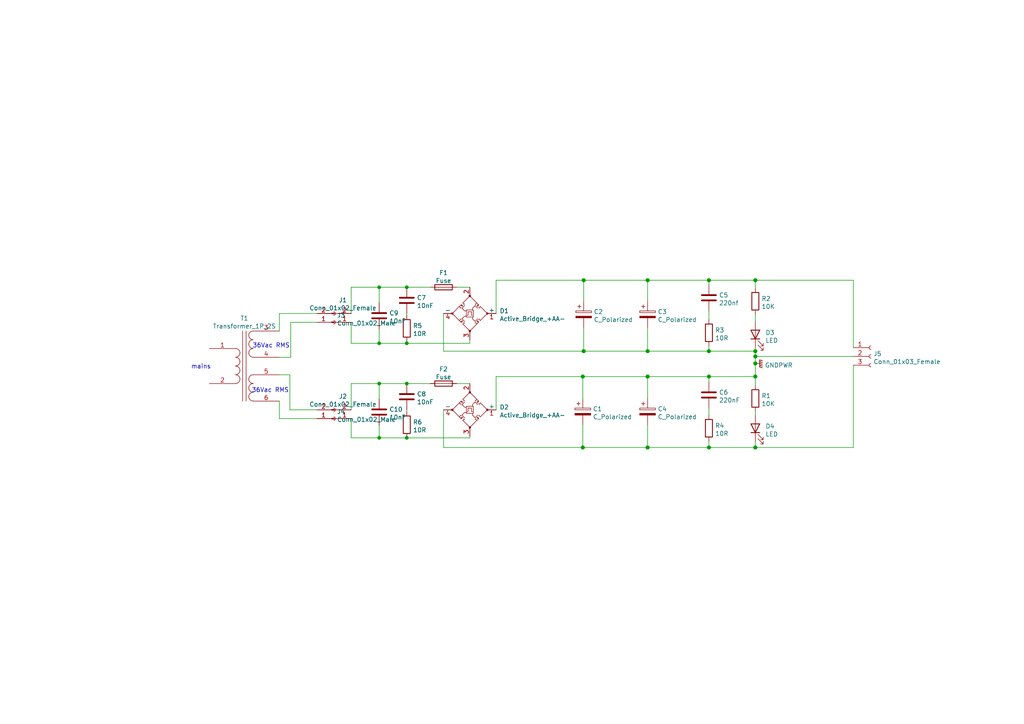
<source format=kicad_sch>
(kicad_sch (version 20230121) (generator eeschema)
  (paper "A4")
  (title_block (title "Q17 power supply") (date "2021-04-19") (rev "1") (comment 1 "by Tiberiu Vicol"))
  (lib_symbols
    (symbol "Connector:Conn_01x02_Female" (pin_names (offset 1.016) hide)
      (property "Reference" "J" (at 0 2.54 0))
      (property "Value" "Conn_01x02_Female" (at 0 -5.08 0))
      (symbol "Conn_01x02_Female_1_1"
        (arc (start 0 -2.032) (mid -0.5058 -2.54) (end 0 -3.048) (stroke (width 0.1524)))
        (polyline (pts (xy -1.27 -2.54) (xy -0.508 -2.54)) (stroke (width 0.1524)))
        (polyline (pts (xy -1.27 0) (xy -0.508 0)) (stroke (width 0.1524)))
        (arc (start 0 0.508) (mid -0.5058 0) (end 0 -0.508) (stroke (width 0.1524)))
        (pin passive line (at -5.08 0 0) (length 3.81) (name "Pin_1") (number "1"))
        (pin passive line (at -5.08 -2.54 0) (length 3.81) (name "Pin_2") (number "2"))
      )
    )
    (symbol "Connector:Conn_01x02_Male" (pin_names (offset 1.016) hide)
      (property "Reference" "J" (at 0 2.54 0))
      (property "Value" "Conn_01x02_Male" (at 0 -5.08 0))
      (symbol "Conn_01x02_Male_1_1"
        (polyline (pts (xy 1.27 -2.54) (xy 0.8636 -2.54)) (stroke (width 0.1524)))
        (polyline (pts (xy 1.27 0) (xy 0.8636 0)) (stroke (width 0.1524)))
        (rectangle (start 0.8636 -2.413) (end 0 -2.667) (stroke (width 0.1524)) (fill (type outline)))
        (rectangle (start 0.8636 0.127) (end 0 -0.127) (stroke (width 0.1524)) (fill (type outline)))
        (pin passive line (at 5.08 0 180) (length 3.81) (name "Pin_1") (number "1"))
        (pin passive line (at 5.08 -2.54 180) (length 3.81) (name "Pin_2") (number "2"))
      )
    )
    (symbol "Connector:Conn_01x03_Female" (pin_names (offset 1.016) hide)
      (property "Reference" "J5" (at 0.7113 0.7609 0))
      (property "Value" "Conn_01x03_Female" (at 0.7113 -1.5378 0))
      (symbol "Conn_01x03_Female_1_1"
        (arc (start 0 -2.032) (mid -0.5058 -2.54) (end 0 -3.048) (stroke (width 0.1524)))
        (polyline (pts (xy -1.27 -2.54) (xy -0.508 -2.54)) (stroke (width 0.1524)))
        (polyline (pts (xy -1.27 0) (xy -0.508 0)) (stroke (width 0.1524)))
        (polyline (pts (xy -1.27 2.54) (xy -0.508 2.54)) (stroke (width 0.1524)))
        (arc (start 0 0.508) (mid -0.5058 0) (end 0 -0.508) (stroke (width 0.1524)))
        (arc (start 0 3.048) (mid -0.5058 2.54) (end 0 2.032) (stroke (width 0.1524)))
        (pin passive line (at -5.08 2.54 0) (length 3.81) (name "Pin_1") (number "1"))
        (pin passive line (at -5.08 0 0) (length 3.81) (name "Pin_2") (number "2"))
        (pin passive line (at -5.08 -2.54 0) (length 3.81) (name "Pin_3") (number "3"))
      )
    )
    (symbol "Device:C" (pin_numbers hide) (pin_names (offset 0.254))
      (property "Reference" "C" (at 0.635 2.54 0))
      (property "Value" "C" (at 0.635 -2.54 0))
      (symbol "C_0_1"
        (polyline (pts (xy -2.032 -0.762) (xy 2.032 -0.762)) (stroke (width 0.508)))
        (polyline (pts (xy -2.032 0.762) (xy 2.032 0.762)) (stroke (width 0.508)))
      )
      (symbol "C_1_1"
        (pin passive line (at 0 3.81 270) (length 2.794) (name "~") (number "1"))
        (pin passive line (at 0 -3.81 90) (length 2.794) (name "~") (number "2"))
      )
    )
    (symbol "Device:C_Polarized" (pin_numbers hide) (pin_names (offset 0.254))
      (property "Reference" "C" (at 0.635 2.54 0))
      (property "Value" "C_Polarized" (at 0.635 -2.54 0))
      (symbol "C_Polarized_0_1"
        (rectangle (start -2.286 0.508) (end 2.286 1.016))
        (polyline (pts (xy -1.778 2.286) (xy -0.762 2.286)))
        (polyline (pts (xy -1.27 2.794) (xy -1.27 1.778)))
        (rectangle (start 2.286 -0.508) (end -2.286 -1.016) (fill (type outline)))
      )
      (symbol "C_Polarized_1_1"
        (pin passive line (at 0 3.81 270) (length 2.794) (name "~") (number "1"))
        (pin passive line (at 0 -3.81 90) (length 2.794) (name "~") (number "2"))
      )
    )
    (symbol "Device:Fuse" (pin_numbers hide) (pin_names (offset 0))
      (property "Reference" "F" (at 2.032 0 90))
      (property "Value" "Fuse" (at -1.905 0 90))
      (symbol "Fuse_0_1"
        (rectangle (start -0.762 -2.54) (end 0.762 2.54) (stroke (width 0.254)))
        (polyline (pts (xy 0 2.54) (xy 0 -2.54)))
      )
      (symbol "Fuse_1_1"
        (pin passive line (at 0 3.81 270) (length 1.27) (name "~") (number "1"))
        (pin passive line (at 0 -3.81 90) (length 1.27) (name "~") (number "2"))
      )
    )
    (symbol "Device:LED" (pin_numbers hide) (pin_names (offset 1.016) hide)
      (property "Reference" "D" (at 0 2.54 0))
      (property "Value" "LED" (at 0 -2.54 0))
      (symbol "LED_0_1"
        (polyline (pts (xy -1.27 -1.27) (xy -1.27 1.27)) (stroke (width 0.254)))
        (polyline (pts (xy -1.27 0) (xy 1.27 0)))
        (polyline (pts (xy 1.27 -1.27) (xy 1.27 1.27) (xy -1.27 0) (xy 1.27 -1.27)) (stroke (width 0.254)))
        (polyline (pts (xy -3.048 -0.762) (xy -4.572 -2.286) (xy -3.81 -2.286) (xy -4.572 -2.286) (xy -4.572 -1.524)))
        (polyline (pts (xy -1.778 -0.762) (xy -3.302 -2.286) (xy -2.54 -2.286) (xy -3.302 -2.286) (xy -3.302 -1.524)))
      )
      (symbol "LED_1_1"
        (pin passive line (at -3.81 0 0) (length 2.54) (name "K") (number "1"))
        (pin passive line (at 3.81 0 180) (length 2.54) (name "A") (number "2"))
      )
    )
    (symbol "Device:R" (pin_numbers hide) (pin_names (offset 0))
      (property "Reference" "R" (at 2.032 0 90))
      (property "Value" "R" (at 0 0 90))
      (symbol "R_0_1"
        (rectangle (start -1.016 -2.54) (end 1.016 2.54) (stroke (width 0.254)))
      )
      (symbol "R_1_1"
        (pin passive line (at 0 3.81 270) (length 1.27) (name "~") (number "1"))
        (pin passive line (at 0 -3.81 90) (length 1.27) (name "~") (number "2"))
      )
    )
    (symbol "Device:Smart_Bridge_+AA-" (pin_names (offset 0))
      (property "Reference" "D?" (at 8.6361 0.7609 0))
      (property "Value" "Smart_Bridge_+AA-" (at 8.6361 -1.5378 0))
      (symbol "Smart_Bridge_+AA-_0_1"
        (circle (center -5.08 0) (radius 0.254) (fill (type outline)))
        (circle (center 0 -5.08) (radius 0.254) (fill (type outline)))
        (polyline (pts (xy -5.08 0) (xy -2.54 -2.54)) (stroke (width 0.1524)))
        (polyline (pts (xy -5.08 0) (xy -2.54 2.54)) (stroke (width 0.1524)))
        (polyline (pts (xy -2.794 -1.778) (xy -3.048 -2.032)) (stroke (width 0.1524)))
        (polyline (pts (xy -2.794 -1.524) (xy -2.54 -1.778)) (stroke (width 0.1524)))
        (polyline (pts (xy -2.794 1.524) (xy -2.54 1.778)) (stroke (width 0.1524)))
        (polyline (pts (xy -2.794 1.778) (xy -3.048 2.032)) (stroke (width 0.1524)))
        (polyline (pts (xy -2.54 -2.54) (xy -2.286 -2.286)) (stroke (width 0.1524)))
        (polyline (pts (xy -2.54 2.54) (xy -2.286 2.286)) (stroke (width 0.1524)))
        (polyline (pts (xy -2.286 -2.286) (xy -2.54 -2.286)) (stroke (width 0.1524)))
        (polyline (pts (xy -2.286 -2.286) (xy -2.286 -2.54)) (stroke (width 0.1524)))
        (polyline (pts (xy -2.286 -2.032) (xy -2.032 -2.286)) (stroke (width 0.1524)))
        (polyline (pts (xy -2.286 -1.524) (xy -1.524 -2.286)) (stroke (width 0.1524)))
        (polyline (pts (xy -2.286 1.524) (xy -1.524 2.286)) (stroke (width 0.1524)))
        (polyline (pts (xy -2.286 2.032) (xy -2.032 2.286)) (stroke (width 0.1524)))
        (polyline (pts (xy -2.286 2.286) (xy -2.54 2.286)) (stroke (width 0.1524)))
        (polyline (pts (xy -2.286 2.286) (xy -2.286 2.54)) (stroke (width 0.1524)))
        (polyline (pts (xy -2.032 -3.048) (xy -1.778 -2.794)) (stroke (width 0.1524)))
        (polyline (pts (xy -2.032 -3.048) (xy 0 -5.08)) (stroke (width 0.1524)))
        (polyline (pts (xy -2.032 3.048) (xy -1.778 2.794)) (stroke (width 0.1524)))
        (polyline (pts (xy -2.032 3.048) (xy 0 5.08)) (stroke (width 0.1524)))
        (polyline (pts (xy -1.778 -2.54) (xy -1.524 -2.794)) (stroke (width 0.1524)))
        (polyline (pts (xy -1.778 2.54) (xy -1.524 2.794)) (stroke (width 0.1524)))
        (polyline (pts (xy 0 -5.08) (xy 2.54 -2.54)) (stroke (width 0.1524)))
        (polyline (pts (xy 0 5.08) (xy 0 5.08)) (stroke (width 0.1524)))
        (polyline (pts (xy 0 5.08) (xy 2.54 2.54)) (stroke (width 0.1524)))
        (polyline (pts (xy 1.524 -2.794) (xy 1.778 -2.54)) (stroke (width 0.1524)))
        (polyline (pts (xy 1.524 -2.286) (xy 2.286 -1.524)) (stroke (width 0.1524)))
        (polyline (pts (xy 1.524 2.286) (xy 2.286 1.524)) (stroke (width 0.1524)))
        (polyline (pts (xy 1.524 2.794) (xy 1.778 2.54)) (stroke (width 0.1524)))
        (polyline (pts (xy 1.778 -2.794) (xy 2.032 -3.048)) (stroke (width 0.1524)))
        (polyline (pts (xy 1.778 2.794) (xy 2.032 3.048)) (stroke (width 0.1524)))
        (polyline (pts (xy 2.032 -2.286) (xy 2.286 -2.032)) (stroke (width 0.1524)))
        (polyline (pts (xy 2.032 2.286) (xy 2.286 2.032)) (stroke (width 0.1524)))
        (polyline (pts (xy 2.286 -2.286) (xy 2.286 -2.54)) (stroke (width 0.1524)))
        (polyline (pts (xy 2.286 -2.286) (xy 2.54 -2.286)) (stroke (width 0.1524)))
        (polyline (pts (xy 2.286 2.286) (xy 2.286 2.54)) (stroke (width 0.1524)))
        (polyline (pts (xy 2.286 2.286) (xy 2.54 2.286)) (stroke (width 0.1524)))
        (polyline (pts (xy 2.54 -2.54) (xy 2.286 -2.286)) (stroke (width 0.1524)))
        (polyline (pts (xy 2.54 -1.778) (xy 2.794 -1.524)) (stroke (width 0.1524)))
        (polyline (pts (xy 2.54 1.778) (xy 2.794 1.524)) (stroke (width 0.1524)))
        (polyline (pts (xy 2.54 2.54) (xy 2.286 2.286)) (stroke (width 0.1524)))
        (polyline (pts (xy 3.048 -2.032) (xy 2.794 -1.778)) (stroke (width 0.1524)))
        (polyline (pts (xy 3.048 -2.032) (xy 5.08 0)) (stroke (width 0.1524)))
        (polyline (pts (xy 3.048 2.032) (xy 2.794 1.778)) (stroke (width 0.1524)))
        (polyline (pts (xy 3.048 2.032) (xy 5.08 0)) (stroke (width 0.1524)))
        (polyline (pts (xy -2.286 -1.524) (xy -1.524 -0.762) (xy -1.016 -0.762)) (stroke (width 0.1524)))
        (polyline (pts (xy -2.286 1.524) (xy -1.524 0.762) (xy -1.016 0.762)) (stroke (width 0.1524)))
        (polyline (pts (xy 1.524 -2.286) (xy 0.762 -1.524) (xy 0.762 -1.016)) (stroke (width 0.1524)))
        (polyline (pts (xy 1.524 2.286) (xy 0.762 1.524) (xy 0.762 1.016)) (stroke (width 0.1524)))
        (polyline (pts (xy -1.016 0) (xy -1.016 1.016) (xy 1.016 1.016) (xy 1.016 -1.016) (xy -1.016 -1.016) (xy -1.016 0)) (stroke (width 0.1524)))
        (polyline (pts (xy -0.762 -0.508) (xy -0.508 -0.508) (xy -0.508 0.508) (xy 0.508 0.508) (xy 0.508 -0.508) (xy 0.762 -0.508)) (stroke (width 0.1524)))
        (circle (center 0 5.08) (radius 0.254) (fill (type outline)))
        (circle (center 5.08 0) (radius 0.254) (fill (type outline)))
      )
      (symbol "Smart_Bridge_+AA-_1_1"
        (pin passive line (at 7.62 0 180) (length 2.54) (name "+") (number "1"))
        (pin passive line (at 0 7.62 270) (length 2.54) (name "~") (number "2"))
        (pin passive line (at 0 -7.62 90) (length 2.54) (name "~") (number "3"))
        (pin passive line (at -7.62 0 0) (length 2.54) (name "-") (number "4"))
      )
    )
    (symbol "Device:Transformer_1P_2S" (pin_names (offset 1.016) hide)
      (property "Reference" "T" (at 0 12.7 0))
      (property "Value" "Transformer_1P_2S" (at 0 -12.7 0))
      (symbol "Transformer_1P_2S_0_1"
        (arc (start -2.54 -5.0546) (mid -1.6599 -4.6901) (end -1.27 -3.81))
        (arc (start -2.54 -2.5146) (mid -1.6599 -2.1501) (end -1.27 -1.27))
        (arc (start -2.54 0.0254) (mid -1.6599 0.3899) (end -1.27 1.27))
        (arc (start -2.54 2.5654) (mid -1.6599 2.9299) (end -1.27 3.81))
        (arc (start -1.27 -3.81) (mid -1.642 -2.912) (end -2.54 -2.54))
        (arc (start -1.27 -1.27) (mid -1.642 -0.372) (end -2.54 0))
        (arc (start -1.27 1.27) (mid -1.642 2.168) (end -2.54 2.54))
        (arc (start -1.27 3.81) (mid -1.642 4.708) (end -2.54 5.08))
        (polyline (pts (xy -0.508 -10.16) (xy -0.508 10.16)))
        (polyline (pts (xy 0.508 10.16) (xy 0.508 -10.16)))
        (arc (start 1.2954 -8.89) (mid 1.6599 -9.7701) (end 2.54 -10.1346))
        (arc (start 1.2954 -6.35) (mid 1.6599 -7.2301) (end 2.54 -7.5946))
        (arc (start 1.2954 -3.81) (mid 1.6599 -4.6901) (end 2.54 -5.0546))
        (arc (start 1.2954 3.81) (mid 1.6599 2.9299) (end 2.54 2.5654))
        (arc (start 1.2954 6.35) (mid 1.6599 5.4699) (end 2.54 5.1054))
        (arc (start 1.2954 8.89) (mid 1.6599 8.0099) (end 2.54 7.6454))
        (arc (start 2.54 -7.62) (mid 1.642 -7.992) (end 1.2954 -8.89))
        (arc (start 2.54 -5.08) (mid 1.642 -5.452) (end 1.2954 -6.35))
        (arc (start 2.54 -2.54) (mid 1.642 -2.912) (end 1.2954 -3.81))
        (arc (start 2.54 5.08) (mid 1.642 4.708) (end 1.2954 3.81))
        (arc (start 2.54 7.62) (mid 1.642 7.248) (end 1.2954 6.35))
        (arc (start 2.54 10.16) (mid 1.642 9.788) (end 1.2954 8.89))
      )
      (symbol "Transformer_1P_2S_1_1"
        (pin passive line (at -10.16 5.08 0) (length 7.62) (name "AA") (number "1"))
        (pin passive line (at -10.16 -5.08 0) (length 7.62) (name "AB") (number "2"))
        (pin passive line (at 10.16 10.16 180) (length 7.62) (name "SA") (number "3"))
        (pin passive line (at 10.16 2.54 180) (length 7.62) (name "SB") (number "4"))
        (pin passive line (at 10.16 -2.54 180) (length 7.62) (name "SC") (number "5"))
        (pin passive line (at 10.16 -10.16 180) (length 7.62) (name "SD") (number "6"))
      )
    )
    (symbol "power:GNDPWR" (power) (pin_names (offset 0))
      (property "Value" "GNDPWR" (at 0 -3.302 0))
      (symbol "GNDPWR_0_1"
        (polyline (pts (xy 0 -1.27) (xy 0 0)))
        (polyline (pts (xy -1.016 -1.27) (xy -1.27 -2.032) (xy -1.27 -2.032)) (stroke (width 0.2032)))
        (polyline (pts (xy -0.508 -1.27) (xy -0.762 -2.032) (xy -0.762 -2.032)) (stroke (width 0.2032)))
        (polyline (pts (xy 0 -1.27) (xy -0.254 -2.032) (xy -0.254 -2.032)) (stroke (width 0.2032)))
        (polyline (pts (xy 0.508 -1.27) (xy 0.254 -2.032) (xy 0.254 -2.032)) (stroke (width 0.2032)))
        (polyline (pts (xy 1.016 -1.27) (xy -1.016 -1.27) (xy -1.016 -1.27)) (stroke (width 0.2032)))
        (polyline (pts (xy 1.016 -1.27) (xy 0.762 -2.032) (xy 0.762 -2.032) (xy 0.762 -2.032)) (stroke (width 0.2032)))
      )
      (symbol "GNDPWR_1_1"
        (pin power_in line (at 0 0 270) (length 0) hide (name "GNDPWR") (number "1"))
      )
    )
  )
  (junction (at 205.613 101.854) (diameter 1.016))
  (junction (at 109.982 111.252))
  (junction (at 219.075 81.28) (diameter 1.016))
  (junction (at 109.982 99.568))
  (junction (at 219.075 103.378) (diameter 1.016))
  (junction (at 117.983 99.568))
  (junction (at 187.833 109.22) (diameter 1.016))
  (junction (at 219.075 101.854) (diameter 1.016))
  (junction (at 219.075 105.41) (diameter 1.016))
  (junction (at 117.983 83.312))
  (junction (at 109.982 127))
  (junction (at 187.833 101.854) (diameter 1.016))
  (junction (at 169.291 101.854) (diameter 1.016))
  (junction (at 219.075 129.794) (diameter 1.016))
  (junction (at 205.613 129.794) (diameter 1.016))
  (junction (at 219.075 109.22) (diameter 1.016))
  (junction (at 187.833 129.794) (diameter 1.016))
  (junction (at 169.037 109.22) (diameter 1.016))
  (junction (at 169.291 81.28) (diameter 1.016))
  (junction (at 109.982 83.312))
  (junction (at 117.983 127))
  (junction (at 187.833 81.28) (diameter 1.016))
  (junction (at 205.613 81.28) (diameter 1.016))
  (junction (at 169.037 129.794) (diameter 1.016))
  (junction (at 205.613 109.22) (diameter 1.016))
  (junction (at 117.983 111.252))
  (wire (pts (xy 219.075 109.22) (xy 219.075 111.76)))
  (wire (pts (xy 219.075 101.854) (xy 219.075 103.378)))
  (wire (pts (xy 219.075 103.378) (xy 219.075 105.41)))
  (wire (pts (xy 219.075 105.41) (xy 219.075 109.22)))
  (wire (pts (xy 169.291 94.996) (xy 169.291 101.854)))
  (wire (pts (xy 81.026 108.712) (xy 84.074 108.712)))
  (wire (pts (xy 84.074 118.872) (xy 84.074 108.712)))
  (wire (pts (xy 91.948 118.872) (xy 84.074 118.872)))
  (wire (pts (xy 205.613 100.33) (xy 205.613 101.854)))
  (wire (pts (xy 205.613 81.28) (xy 205.613 82.55)))
  (wire (pts (xy 109.982 111.252) (xy 101.854 111.252)))
  (wire (pts (xy 109.982 99.568) (xy 117.983 99.568)))
  (wire (pts (xy 117.983 118.872) (xy 117.983 119.38)))
  (wire (pts (xy 117.983 99.568) (xy 136.271 99.568)))
  (wire (pts (xy 205.613 118.364) (xy 205.613 120.396)))
  (wire (pts (xy 109.982 83.312) (xy 117.983 83.312)))
  (wire (pts (xy 117.983 111.252) (xy 109.982 111.252)))
  (wire (pts (xy 109.982 83.312) (xy 109.982 87.757)))
  (wire (pts (xy 128.651 118.872) (xy 128.651 129.794)))
  (wire (pts (xy 136.271 99.568) (xy 136.271 98.552)))
  (wire (pts (xy 205.613 90.17) (xy 205.613 92.71)))
  (wire (pts (xy 117.983 83.312) (xy 124.841 83.312)))
  (wire (pts (xy 205.613 109.22) (xy 205.613 110.744)))
  (wire (pts (xy 136.271 127) (xy 136.271 126.492)))
  (wire (pts (xy 109.982 123.317) (xy 109.982 127)))
  (wire (pts (xy 247.523 105.918) (xy 247.523 129.794)))
  (wire (pts (xy 247.523 129.794) (xy 219.075 129.794)))
  (wire (pts (xy 101.854 83.312) (xy 109.982 83.312)))
  (wire (pts (xy 101.854 90.932) (xy 101.854 83.312)))
  (wire (pts (xy 132.461 83.312) (xy 136.271 83.312)))
  (wire (pts (xy 109.982 111.252) (xy 109.982 115.697)))
  (wire (pts (xy 219.075 119.38) (xy 219.075 120.396)))
  (wire (pts (xy 101.854 93.472) (xy 101.854 99.568)))
  (wire (pts (xy 101.854 99.568) (xy 109.982 99.568)))
  (wire (pts (xy 117.983 127) (xy 136.271 127)))
  (wire (pts (xy 187.833 123.19) (xy 187.833 129.794)))
  (wire (pts (xy 109.982 127) (xy 117.983 127)))
  (wire (pts (xy 143.891 109.22) (xy 169.037 109.22)))
  (wire (pts (xy 143.891 118.872) (xy 143.891 109.22)))
  (wire (pts (xy 169.037 109.22) (xy 187.833 109.22)))
  (wire (pts (xy 187.833 109.22) (xy 205.613 109.22)))
  (wire (pts (xy 205.613 109.22) (xy 219.075 109.22)))
  (wire (pts (xy 109.982 95.377) (xy 109.982 99.568)))
  (wire (pts (xy 219.075 103.378) (xy 247.523 103.378)))
  (wire (pts (xy 101.854 111.252) (xy 101.854 118.872)))
  (wire (pts (xy 124.841 111.252) (xy 117.983 111.252)))
  (wire (pts (xy 136.271 111.252) (xy 132.461 111.252)))
  (wire (pts (xy 117.983 90.932) (xy 117.983 91.44)))
  (wire (pts (xy 187.833 109.22) (xy 187.833 115.57)))
  (wire (pts (xy 143.891 81.28) (xy 169.291 81.28)))
  (wire (pts (xy 143.891 90.932) (xy 143.891 81.28)))
  (wire (pts (xy 169.291 81.28) (xy 187.833 81.28)))
  (wire (pts (xy 187.833 81.28) (xy 205.613 81.28)))
  (wire (pts (xy 205.613 81.28) (xy 219.075 81.28)))
  (wire (pts (xy 219.075 81.28) (xy 219.075 83.566)))
  (wire (pts (xy 101.854 121.412) (xy 101.854 127)))
  (wire (pts (xy 101.854 127) (xy 109.982 127)))
  (wire (pts (xy 169.037 109.22) (xy 169.037 115.57)))
  (wire (pts (xy 187.833 94.996) (xy 187.833 101.854)))
  (wire (pts (xy 169.291 81.28) (xy 169.291 87.376)))
  (wire (pts (xy 205.613 128.016) (xy 205.613 129.794)))
  (wire (pts (xy 219.075 93.218) (xy 219.075 91.186)))
  (wire (pts (xy 169.037 123.19) (xy 169.037 129.794)))
  (wire (pts (xy 81.026 116.332) (xy 81.026 121.412)))
  (wire (pts (xy 91.948 121.412) (xy 81.026 121.412)))
  (wire (pts (xy 117.983 99.06) (xy 117.983 99.568)))
  (wire (pts (xy 81.026 90.932) (xy 81.026 96.012)))
  (wire (pts (xy 91.948 90.932) (xy 81.026 90.932)))
  (wire (pts (xy 247.523 81.28) (xy 219.075 81.28)))
  (wire (pts (xy 247.523 100.838) (xy 247.523 81.28)))
  (wire (pts (xy 81.026 103.632) (xy 84.328 103.632)))
  (wire (pts (xy 84.328 93.472) (xy 84.328 103.632)))
  (wire (pts (xy 91.948 93.472) (xy 84.328 93.472)))
  (wire (pts (xy 128.651 90.932) (xy 128.651 101.854)))
  (wire (pts (xy 128.651 101.854) (xy 169.291 101.854)))
  (wire (pts (xy 169.291 101.854) (xy 187.833 101.854)))
  (wire (pts (xy 187.833 101.854) (xy 205.613 101.854)))
  (wire (pts (xy 205.613 101.854) (xy 219.075 101.854)))
  (wire (pts (xy 219.075 101.854) (xy 219.075 100.838)))
  (wire (pts (xy 128.651 129.794) (xy 169.037 129.794)))
  (wire (pts (xy 169.037 129.794) (xy 187.833 129.794)))
  (wire (pts (xy 187.833 129.794) (xy 205.613 129.794)))
  (wire (pts (xy 205.613 129.794) (xy 219.075 129.794)))
  (wire (pts (xy 219.075 129.794) (xy 219.075 128.016)))
  (wire (pts (xy 187.833 81.28) (xy 187.833 87.376)))
  (text "36Vac RMS" (at 83.82 114.046 0) (effects (font (size 1.27 1.27)) (justify right bottom)))
  (text "mains" (at 61.214 107.188 0) (effects (font (size 1.27 1.27)) (justify right bottom)))
  (text "36Vac RMS" (at 84.074 101.092 0) (effects (font (size 1.27 1.27)) (justify right bottom)))
  (symbol (lib_id "Device:Smart_Bridge_+AA-") (at 136.271 90.932 0) (unit 1)
    (property "Reference" "D1" (at 144.9071 90.1711 0) (effects (justify left)))
    (property "Value" "Active_Bridge_+AA-" (at 144.9071 92.4698 0) (effects (justify left)))
    (property "Footprint" "Diode_THT:Diode_Bridge_Vishay_GBU" (effects hide))
  )
  (symbol (lib_id "Device:C_Polarized") (at 169.291 91.186 0) (unit 1)
    (property "Reference" "C2" (at 172.2121 90.4251 0) (effects (justify left)))
    (property "Value" "C_Polarized" (at 172.2121 92.7238 0) (effects (justify left)))
    (property "Footprint" "Capacitor_THT:CP_Radial_D30.0mm_P10.00mm_SnapIn" (effects hide))
  )
  (symbol (lib_id "Device:Transformer_1P_2S") (at 70.866 106.172 0) (unit 1)
    (property "Reference" "T1" (at 70.866 92.3248 0))
    (property "Value" "Transformer_1P_2S" (at 70.866 94.6235 0))
  )
  (symbol (lib_id "Connector:Conn_01x02_Female") (at 96.774 121.412 180) (unit 1)
    (property "Reference" "J2" (at 99.4664 114.9816 0))
    (property "Value" "Conn_01x02_Female" (at 99.4664 117.2803 0))
    (property "Footprint" "TerminalBlock:TerminalBlock_Altech_AK300-2_P5.00mm" (effects hide))
  )
  (symbol (lib_id "Device:C") (at 109.982 91.567 0) (unit 1)
    (property "Reference" "C9" (at 112.9031 90.8061 0) (effects (justify left)))
    (property "Value" "10nF" (at 112.9031 93.1048 0) (effects (justify left)))
    (property "Footprint" "Capacitor_THT:C_Axial_L12.0mm_D6.5mm_P15.00mm_Horizontal" (effects hide))
  )
  (symbol (lib_id "Device:C") (at 109.982 119.507 0) (unit 1)
    (property "Reference" "C10" (at 112.9031 118.7461 0) (effects (justify left)))
    (property "Value" "10nF" (at 112.9031 121.0448 0) (effects (justify left)))
    (property "Footprint" "Capacitor_THT:C_Axial_L12.0mm_D6.5mm_P15.00mm_Horizontal" (effects hide))
  )
  (symbol (lib_id "Device:R") (at 219.075 115.57 0) (unit 1)
    (property "Reference" "R1" (at 220.8531 114.8091 0) (effects (justify left)))
    (property "Value" "10K" (at 220.8531 117.1078 0) (effects (justify left)))
    (property "Footprint" "Resistor_THT:R_Axial_DIN0207_L6.3mm_D2.5mm_P10.16mm_Horizontal" (effects hide))
  )
  (symbol (lib_id "Connector:Conn_01x02_Female") (at 96.774 93.472 180) (unit 1)
    (property "Reference" "J1" (at 99.4664 87.0416 0))
    (property "Value" "Conn_01x02_Female" (at 99.4664 89.3403 0))
    (property "Footprint" "TerminalBlock:TerminalBlock_Altech_AK300-2_P5.00mm" (effects hide))
  )
  (symbol (lib_id "Device:R") (at 205.613 96.52 0) (unit 1)
    (property "Reference" "R3" (at 207.3911 95.7591 0) (effects (justify left)))
    (property "Value" "10R" (at 207.3911 98.0578 0) (effects (justify left)))
    (property "Footprint" "Resistor_THT:R_Axial_DIN0207_L6.3mm_D2.5mm_P10.16mm_Horizontal" (effects hide))
  )
  (symbol (lib_id "Device:R") (at 117.983 123.19 0) (unit 1)
    (property "Reference" "R6" (at 119.7611 122.4291 0) (effects (justify left)))
    (property "Value" "10R" (at 119.7611 124.7278 0) (effects (justify left)))
    (property "Footprint" "Resistor_THT:R_Axial_DIN0207_L6.3mm_D2.5mm_P10.16mm_Horizontal" (effects hide))
  )
  (symbol (lib_id "Device:LED") (at 219.075 124.206 90) (unit 1)
    (property "Reference" "D4" (at 221.9961 123.6356 90) (effects (justify right)))
    (property "Value" "LED" (at 221.9961 125.9343 90) (effects (justify right)))
    (property "Footprint" "LED_THT:LED_D3.0mm" (effects hide))
  )
  (symbol (lib_id "Device:C_Polarized") (at 187.833 119.38 0) (unit 1)
    (property "Reference" "C4" (at 190.7541 118.6191 0) (effects (justify left)))
    (property "Value" "C_Polarized" (at 190.7541 120.9178 0) (effects (justify left)))
    (property "Footprint" "Capacitor_THT:CP_Radial_D30.0mm_P10.00mm_SnapIn" (effects hide))
  )
  (symbol (lib_id "Connector:Conn_01x02_Male") (at 97.028 93.472 180) (unit 1)
    (property "Reference" "J3" (at 97.7393 91.4411 0) (effects (justify right)))
    (property "Value" "Conn_01x02_Male" (at 97.7393 93.7398 0) (effects (justify right)))
  )
  (symbol (lib_id "Device:Fuse") (at 128.651 111.252 90) (unit 1)
    (property "Reference" "F2" (at 128.651 107.0568 90))
    (property "Value" "Fuse" (at 128.651 109.3555 90))
    (property "Footprint" "Fuse:Fuseholder_Blade_Mini_Keystone_3568" (effects hide))
  )
  (symbol (lib_id "Device:C_Polarized") (at 169.037 119.38 0) (unit 1)
    (property "Reference" "C1" (at 171.9581 118.6191 0) (effects (justify left)))
    (property "Value" "C_Polarized" (at 171.9581 120.9178 0) (effects (justify left)))
    (property "Footprint" "Capacitor_THT:CP_Radial_D30.0mm_P10.00mm_SnapIn" (effects hide))
  )
  (symbol (lib_id "Device:C_Polarized") (at 187.833 91.186 0) (unit 1)
    (property "Reference" "C3" (at 190.7541 90.4251 0) (effects (justify left)))
    (property "Value" "C_Polarized" (at 190.7541 92.7238 0) (effects (justify left)))
    (property "Footprint" "Capacitor_THT:CP_Radial_D30.0mm_P10.00mm_SnapIn" (effects hide))
  )
  (symbol (lib_id "Device:R") (at 117.983 95.25 0) (unit 1)
    (property "Reference" "R5" (at 119.7611 94.4891 0) (effects (justify left)))
    (property "Value" "10R" (at 119.7611 96.7878 0) (effects (justify left)))
    (property "Footprint" "Resistor_THT:R_Axial_DIN0207_L6.3mm_D2.5mm_P10.16mm_Horizontal" (effects hide))
  )
  (symbol (lib_id "Device:Smart_Bridge_+AA-") (at 136.271 118.872 0) (unit 1)
    (property "Reference" "D2" (at 144.9071 118.1111 0) (effects (justify left)))
    (property "Value" "Active_Bridge_+AA-" (at 144.9071 120.4098 0) (effects (justify left)))
    (property "Footprint" "Diode_THT:Diode_Bridge_Vishay_GBU" (effects hide))
  )
  (symbol (lib_id "Device:C") (at 117.983 87.122 0) (unit 1)
    (property "Reference" "C7" (at 120.9041 86.3611 0) (effects (justify left)))
    (property "Value" "10nF" (at 120.9041 88.6598 0) (effects (justify left)))
    (property "Footprint" "Capacitor_THT:C_Axial_L12.0mm_D6.5mm_P15.00mm_Horizontal" (effects hide))
  )
  (symbol (lib_id "Device:C") (at 117.983 115.062 0) (unit 1)
    (property "Reference" "C8" (at 120.9041 114.3011 0) (effects (justify left)))
    (property "Value" "10nF" (at 120.9041 116.5998 0) (effects (justify left)))
    (property "Footprint" "Capacitor_THT:C_Axial_L12.0mm_D6.5mm_P15.00mm_Horizontal" (effects hide))
  )
  (symbol (lib_id "power:GNDPWR") (at 219.075 105.41 90) (unit 1)
    (property "Reference" "#PWR0101" (effects hide))
    (property "Value" "GNDPWR" (at 221.8437 105.9255 90) (effects (justify right)))
  )
  (symbol (lib_id "Device:C") (at 205.613 114.554 0) (unit 1)
    (property "Reference" "C6" (at 208.5341 113.7931 0) (effects (justify left)))
    (property "Value" "220nF" (at 208.5341 116.0918 0) (effects (justify left)))
    (property "Footprint" "Capacitor_THT:C_Axial_L12.0mm_D6.5mm_P15.00mm_Horizontal" (effects hide))
  )
  (symbol (lib_id "Device:C") (at 205.613 86.36 0) (unit 1)
    (property "Reference" "C5" (at 208.5341 85.5991 0) (effects (justify left)))
    (property "Value" "220nf" (at 208.5341 87.8978 0) (effects (justify left)))
    (property "Footprint" "Capacitor_THT:C_Axial_L12.0mm_D6.5mm_P15.00mm_Horizontal" (effects hide))
  )
  (symbol (lib_id "Device:R") (at 205.613 124.206 0) (unit 1)
    (property "Reference" "R4" (at 207.3911 123.4451 0) (effects (justify left)))
    (property "Value" "10R" (at 207.3911 125.7438 0) (effects (justify left)))
    (property "Footprint" "Resistor_THT:R_Axial_DIN0207_L6.3mm_D2.5mm_P10.16mm_Horizontal" (effects hide))
  )
  (symbol (lib_id "Device:R") (at 219.075 87.376 0) (unit 1)
    (property "Reference" "R2" (at 220.8531 86.6151 0) (effects (justify left)))
    (property "Value" "10K" (at 220.8531 88.9138 0) (effects (justify left)))
    (property "Footprint" "Resistor_THT:R_Axial_DIN0207_L6.3mm_D2.5mm_P10.16mm_Horizontal" (effects hide))
  )
  (symbol (lib_id "Connector:Conn_01x02_Male") (at 97.028 121.412 180) (unit 1)
    (property "Reference" "J4" (at 97.7393 119.3811 0) (effects (justify right)))
    (property "Value" "Conn_01x02_Male" (at 97.7393 121.6798 0) (effects (justify right)))
  )
  (symbol (lib_id "Device:Fuse") (at 128.651 83.312 90) (unit 1)
    (property "Reference" "F1" (at 128.651 79.1168 90))
    (property "Value" "Fuse" (at 128.651 81.4155 90))
    (property "Footprint" "Fuse:Fuseholder_Cylinder-5x20mm_Stelvio-Kontek_PTF78_Horizontal_Open" (effects hide))
  )
  (symbol (lib_id "Connector:Conn_01x03_Female") (at 252.603 103.378 0) (unit 1)
    (property "Reference" "J5" (at 253.3143 102.6171 0) (effects (justify left)))
    (property "Value" "Conn_01x03_Female" (at 253.3143 104.9158 0) (effects (justify left)))
    (property "Footprint" "TerminalBlock:TerminalBlock_Altech_AK300-3_P5.00mm" (effects hide))
  )
  (symbol (lib_id "Device:LED") (at 219.075 97.028 90) (unit 1)
    (property "Reference" "D3" (at 221.9961 96.4576 90) (effects (justify right)))
    (property "Value" "LED" (at 221.9961 98.7563 90) (effects (justify right)))
    (property "Footprint" "LED_THT:LED_D3.0mm" (effects hide))
  )
)
</source>
